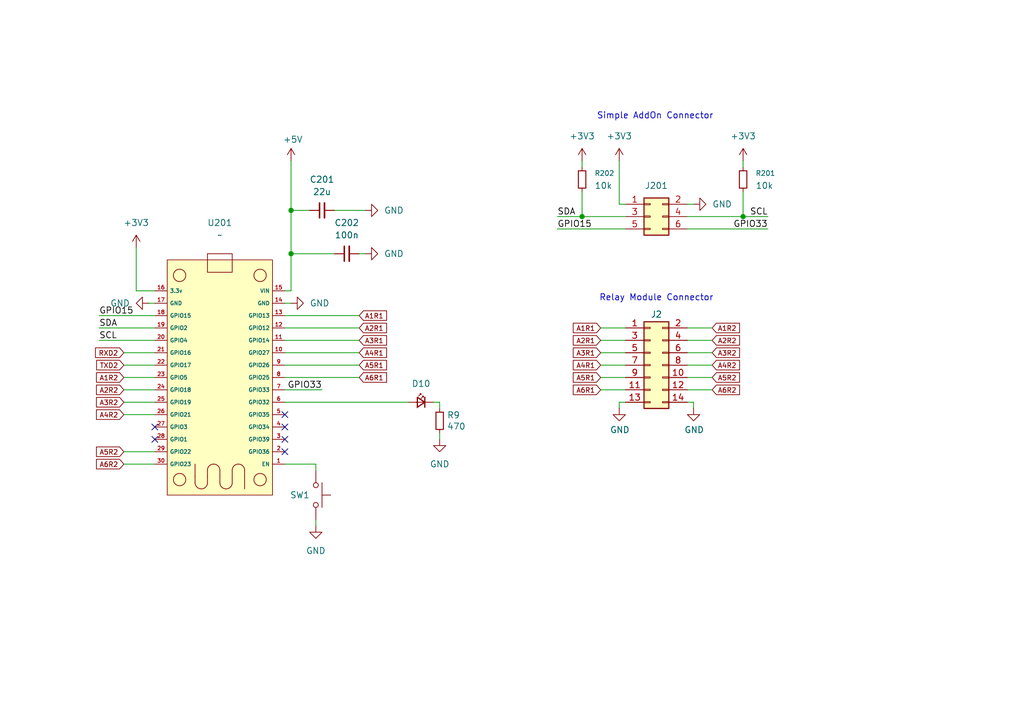
<source format=kicad_sch>
(kicad_sch (version 20250114) (generator "eeschema") (generator_version "9.0")
  (paper "A5")
  (title_block (title "ESP32") (date "2025-07-19") (rev "1.1") (company "SQ9NJE Quirky Solutions"))
  (lib_symbols
    (symbol "Connector_Generic:Conn_02x07_Odd_Even" (pin_names (offset 1.016) (hide yes))
      (property "Reference" "J" (at 1.27 10.16 0))
      (property "Value" "Conn_02x07_Odd_Even" (at 1.27 -10.16 0))
      (symbol "Conn_02x07_Odd_Even_1_1"
        (rectangle (start -1.27 8.89) (end 3.81 -8.89) (stroke (width 0.254)) (fill (type background)))
        (rectangle (start -1.27 7.747) (end 0 7.493) (stroke (width 0.1524)))
        (rectangle (start -1.27 5.207) (end 0 4.953) (stroke (width 0.1524)))
        (rectangle (start -1.27 2.667) (end 0 2.413) (stroke (width 0.1524)))
        (rectangle (start -1.27 0.127) (end 0 -0.127) (stroke (width 0.1524)))
        (rectangle (start -1.27 -2.413) (end 0 -2.667) (stroke (width 0.1524)))
        (rectangle (start -1.27 -4.953) (end 0 -5.207) (stroke (width 0.1524)))
        (rectangle (start -1.27 -7.493) (end 0 -7.747) (stroke (width 0.1524)))
        (rectangle (start 3.81 7.747) (end 2.54 7.493) (stroke (width 0.1524)))
        (rectangle (start 3.81 5.207) (end 2.54 4.953) (stroke (width 0.1524)))
        (rectangle (start 3.81 2.667) (end 2.54 2.413) (stroke (width 0.1524)))
        (rectangle (start 3.81 0.127) (end 2.54 -0.127) (stroke (width 0.1524)))
        (rectangle (start 3.81 -2.413) (end 2.54 -2.667) (stroke (width 0.1524)))
        (rectangle (start 3.81 -4.953) (end 2.54 -5.207) (stroke (width 0.1524)))
        (rectangle (start 3.81 -7.493) (end 2.54 -7.747) (stroke (width 0.1524)))
        (pin passive line (at -5.08 7.62 0) (length 3.81) (name "Pin_1") (number "1"))
        (pin passive line (at -5.08 5.08 0) (length 3.81) (name "Pin_3") (number "3"))
        (pin passive line (at -5.08 2.54 0) (length 3.81) (name "Pin_5") (number "5"))
        (pin passive line (at -5.08 0 0) (length 3.81) (name "Pin_7") (number "7"))
        (pin passive line (at -5.08 -2.54 0) (length 3.81) (name "Pin_9") (number "9"))
        (pin passive line (at -5.08 -5.08 0) (length 3.81) (name "Pin_11") (number "11"))
        (pin passive line (at -5.08 -7.62 0) (length 3.81) (name "Pin_13") (number "13"))
        (pin passive line (at 7.62 7.62 180) (length 3.81) (name "Pin_2") (number "2"))
        (pin passive line (at 7.62 5.08 180) (length 3.81) (name "Pin_4") (number "4"))
        (pin passive line (at 7.62 2.54 180) (length 3.81) (name "Pin_6") (number "6"))
        (pin passive line (at 7.62 0 180) (length 3.81) (name "Pin_8") (number "8"))
        (pin passive line (at 7.62 -2.54 180) (length 3.81) (name "Pin_10") (number "10"))
        (pin passive line (at 7.62 -5.08 180) (length 3.81) (name "Pin_12") (number "12"))
        (pin passive line (at 7.62 -7.62 180) (length 3.81) (name "Pin_14") (number "14"))
      )
    )
    (symbol "Device:C_Small" (pin_numbers (hide yes)) (pin_names (offset 0.254) (hide yes))
      (property "Reference" "C" (at 0.254 1.778 0))
      (property "Value" "C_Small" (at 0.254 -2.032 0))
      (symbol "C_Small_0_1"
        (polyline (pts (xy -1.524 0.508) (xy 1.524 0.508)) (stroke (width 0.3048)))
        (polyline (pts (xy -1.524 -0.508) (xy 1.524 -0.508)) (stroke (width 0.3302)))
      )
      (symbol "C_Small_1_1"
        (pin passive line (at 0 2.54 270) (length 2.032) (name "~") (number "1"))
        (pin passive line (at 0 -2.54 90) (length 2.032) (name "~") (number "2"))
      )
    )
    (symbol "Device:LED_Small" (pin_numbers (hide yes)) (pin_names (offset 0.254) (hide yes))
      (property "Reference" "D" (at -1.27 3.175 0))
      (property "Value" "LED_Small" (at -4.445 -2.54 0))
      (symbol "LED_Small_0_1"
        (polyline (pts (xy -0.762 -1.016) (xy -0.762 1.016)) (stroke (width 0.254)))
        (polyline (pts (xy 0 0.762) (xy -0.508 1.27) (xy -0.254 1.27) (xy -0.508 1.27) (xy -0.508 1.016)))
        (polyline (pts (xy 0.508 1.27) (xy 0 1.778) (xy 0.254 1.778) (xy 0 1.778) (xy 0 1.524)))
        (polyline (pts (xy 0.762 -1.016) (xy -0.762 0) (xy 0.762 1.016) (xy 0.762 -1.016)) (stroke (width 0.254)))
        (polyline (pts (xy 1.016 0) (xy -0.762 0)))
      )
      (symbol "LED_Small_1_1"
        (pin passive line (at -2.54 0 0) (length 1.778) (name "K") (number "1"))
        (pin passive line (at 2.54 0 180) (length 1.778) (name "A") (number "2"))
      )
    )
    (symbol "Device:R_Small" (pin_numbers (hide yes)) (pin_names (offset 0.254) (hide yes))
      (property "Reference" "R" (at 0.762 0.508 0))
      (property "Value" "R_Small" (at 0.762 -1.016 0))
      (symbol "R_Small_0_1"
        (rectangle (start -0.762 1.778) (end 0.762 -1.778) (stroke (width 0.2032)))
      )
      (symbol "R_Small_1_1"
        (pin passive line (at 0 2.54 270) (length 0.762) (name "~") (number "1"))
        (pin passive line (at 0 -2.54 90) (length 0.762) (name "~") (number "2"))
      )
    )
    (symbol "PCM_4ms_Connector:Conn_02x03" (pin_names (offset 0.0254) (hide yes))
      (property "Reference" "J" (at 0 5.08 0))
      (property "Value" "Conn_02x03" (at 0 7.62 0))
      (symbol "Conn_02x03_0_1"
        (rectangle (start -2.54 3.81) (end 2.54 -3.81) (stroke (width 0.254)) (fill (type background)))
        (rectangle (start -2.54 2.667) (end -1.27 2.413) (stroke (width 0.1524)))
        (rectangle (start -2.54 0.127) (end -1.27 -0.127) (stroke (width 0.1524)))
        (rectangle (start -2.54 -2.413) (end -1.27 -2.667) (stroke (width 0.1524)))
        (rectangle (start 1.27 2.667) (end 2.54 2.413) (stroke (width 0.1524)))
        (rectangle (start 1.27 0.127) (end 2.54 -0.127) (stroke (width 0.1524)))
        (rectangle (start 1.27 -2.413) (end 2.54 -2.667) (stroke (width 0.1524)))
      )
      (symbol "Conn_02x03_1_1"
        (pin passive line (at -6.35 2.54 0) (length 3.81) (name "+12V") (number "1"))
        (pin passive line (at -6.35 0 0) (length 3.81) (name "GND") (number "3"))
        (pin passive line (at -6.35 -2.54 0) (length 3.81) (name "GND") (number "5"))
        (pin passive line (at 6.35 2.54 180) (length 3.81) (name "+12V") (number "2"))
        (pin passive line (at 6.35 0 180) (length 3.81) (name "GND") (number "4"))
        (pin passive line (at 6.35 -2.54 180) (length 3.81) (name "GND") (number "6"))
      )
    )
    (symbol "R_Small_1" (pin_numbers (hide yes)) (pin_names (offset 0.254) (hide yes))
      (property "Reference" "R" (at 0 0 90))
      (property "Value" "R_Small" (at 1.778 0 90))
      (symbol "R_Small_1_0_1"
        (rectangle (start -0.762 1.778) (end 0.762 -1.778) (stroke (width 0.2032)))
      )
      (symbol "R_Small_1_1_1"
        (pin passive line (at 0 2.54 270) (length 0.762) (name "~") (number "1"))
        (pin passive line (at 0 -2.54 90) (length 0.762) (name "~") (number "2"))
      )
    )
    (symbol "Switch:SW_Push" (pin_numbers (hide yes)) (pin_names (offset 1.016) (hide yes))
      (property "Reference" "SW" (at 1.27 2.54 0))
      (property "Value" "SW_Push" (at 0 -1.524 0))
      (symbol "SW_Push_0_1"
        (circle (center -2.032 0) (radius 0.508))
        (polyline (pts (xy 0 1.27) (xy 0 3.048)))
        (circle (center 2.032 0) (radius 0.508))
        (polyline (pts (xy 2.54 1.27) (xy -2.54 1.27)))
        (pin passive line (at -5.08 0 0) (length 2.54) (name "1") (number "1"))
        (pin passive line (at 5.08 0 180) (length 2.54) (name "2") (number "2"))
      )
    )
    (symbol "esp32_devkit:ESP32_30Pin"
      (property "Reference" "U201" (at 31.75 0 90))
      (property "Value" "~" (at 29.21 0 90))
      (symbol "ESP32_30Pin_0_1"
        (polyline (pts (xy -21.59 5.08) (xy -20.32 5.08)))
        (polyline (pts (xy -21.59 2.54) (xy -20.32 2.54)))
        (polyline (pts (xy -21.59 0) (xy -20.32 0)))
        (polyline (pts (xy -21.59 -2.54) (xy -20.32 -2.54)))
        (arc (start -21.5975 2.5325) (mid -22.4933 2.9067) (end -22.8675 3.8025))
        (arc (start -21.5975 -2.5475) (mid -22.4933 -2.1733) (end -22.8675 -1.2775))
        (arc (start -22.86 3.81) (mid -22.4873 4.7073) (end -21.59 5.08))
        (arc (start -22.86 -1.27) (mid -22.4873 -0.3727) (end -21.59 0))
        (circle (center -20.955 8.255) (radius 1.27))
        (circle (center -20.955 -8.255) (radius 1.27))
        (polyline (pts (xy -20.32 5.08) (xy -17.78 5.08)))
        (polyline (pts (xy -20.32 -5.08) (xy -22.86 -5.08)))
        (arc (start -17.7775 1.2675) (mid -18.1502 0.3702) (end -19.0475 -0.0025))
        (arc (start -17.7775 -3.8125) (mid -18.1502 -4.7098) (end -19.0475 -5.0825))
        (arc (start -19.04 2.545) (mid -18.1442 2.1708) (end -17.77 1.275))
        (arc (start -19.04 -2.535) (mid -18.1442 -2.9092) (end -17.77 -3.805))
        (polyline (pts (xy -19.0475 2.5375) (xy -20.3175 2.5375)))
        (polyline (pts (xy -19.0475 -0.0025) (xy -20.3175 -0.0025)))
        (polyline (pts (xy -19.0475 -2.5425) (xy -20.3175 -2.5425)))
        (polyline (pts (xy -19.0475 -5.0825) (xy -20.3175 -5.0825)))
        (circle (center 20.955 8.255) (radius 1.27))
        (circle (center 20.955 -8.255) (radius 1.27))
        (rectangle (start 21.59 2.54) (end 25.4 -2.54))
      )
      (symbol "ESP32_30Pin_1_1"
        (rectangle (start -24.13 10.795) (end 24.13 -10.795) (fill (type background)))
        (pin bidirectional line (at -17.78 13.335 270) (length 2.54) (name "GPIO23") (number "30"))
        (pin bidirectional line (at -17.78 -13.335 90) (length 2.54) (name "EN") (number "1"))
        (pin bidirectional line (at -15.24 13.335 270) (length 2.54) (name "GPIO22") (number "29"))
        (pin bidirectional line (at -15.24 -13.335 90) (length 2.54) (name "GPIO36") (number "2"))
        (pin bidirectional line (at -12.7 13.335 270) (length 2.54) (name "GPIO1") (number "28"))
        (pin bidirectional line (at -12.7 -13.335 90) (length 2.54) (name "GPIO39") (number "3"))
        (pin bidirectional line (at -10.16 13.335 270) (length 2.54) (name "GPIO3") (number "27"))
        (pin bidirectional line (at -10.16 -13.335 90) (length 2.54) (name "GPIO34") (number "4"))
        (pin bidirectional line (at -7.62 13.335 270) (length 2.54) (name "GPIO21") (number "26"))
        (pin bidirectional line (at -7.62 -13.335 90) (length 2.54) (name "GPIO35") (number "5"))
        (pin bidirectional line (at -5.08 13.335 270) (length 2.54) (name "GPIO19") (number "25"))
        (pin bidirectional line (at -5.08 -13.335 90) (length 2.54) (name "GPIO32") (number "6"))
        (pin bidirectional line (at -2.54 13.335 270) (length 2.54) (name "GPIO18") (number "24"))
        (pin bidirectional line (at -2.54 -13.335 90) (length 2.54) (name "GPIO33") (number "7"))
        (pin bidirectional line (at 0 13.335 270) (length 2.54) (name "GPIO5") (number "23"))
        (pin bidirectional line (at 0 -13.335 90) (length 2.54) (name "GPIO25") (number "8"))
        (pin bidirectional line (at 2.54 13.335 270) (length 2.54) (name "GPIO17") (number "22"))
        (pin bidirectional line (at 2.54 -13.335 90) (length 2.54) (name "GPIO26") (number "9"))
        (pin bidirectional line (at 5.08 13.335 270) (length 2.54) (name "GPIO16") (number "21"))
        (pin bidirectional line (at 5.08 -13.335 90) (length 2.54) (name "GPIO27") (number "10"))
        (pin bidirectional line (at 7.62 13.335 270) (length 2.54) (name "GPIO4") (number "20"))
        (pin bidirectional line (at 7.62 -13.335 90) (length 2.54) (name "GPIO14") (number "11"))
        (pin bidirectional line (at 10.16 13.335 270) (length 2.54) (name "GPIO2") (number "19"))
        (pin bidirectional line (at 10.16 -13.335 90) (length 2.54) (name "GPIO12") (number "12"))
        (pin bidirectional line (at 12.7 13.335 270) (length 2.54) (name "GPIO15") (number "18"))
        (pin bidirectional line (at 12.7 -13.335 90) (length 2.54) (name "GPIO13") (number "13"))
        (pin power_in line (at 15.24 13.335 270) (length 2.54) (name "GND") (number "17"))
        (pin bidirectional line (at 15.24 -13.335 90) (length 2.54) (name "GND") (number "14"))
        (pin output line (at 17.78 13.335 270) (length 2.54) (name "3.3v") (number "16"))
        (pin power_out line (at 17.78 -13.335 90) (length 2.54) (name "VIN") (number "15"))
      )
    )
    (symbol "power:+3V3" (power) (pin_numbers (hide yes)) (pin_names (offset 0) (hide yes))
      (property "Value" "+3V3" (at 0 3.556 0))
      (symbol "+3V3_0_1"
        (polyline (pts (xy -0.762 1.27) (xy 0 2.54)))
        (polyline (pts (xy 0 2.54) (xy 0.762 1.27)))
        (polyline (pts (xy 0 0) (xy 0 2.54)))
      )
      (symbol "+3V3_1_1"
        (pin power_in line (at 0 0 90) (length 0) (name "~") (number "1"))
      )
    )
    (symbol "power:+5V" (power) (pin_names (offset 0))
      (property "Value" "+5V" (at 0 3.556 0))
      (symbol "+5V_0_1"
        (polyline (pts (xy -0.762 1.27) (xy 0 2.54)))
        (polyline (pts (xy 0 2.54) (xy 0.762 1.27)))
        (polyline (pts (xy 0 0) (xy 0 2.54)))
      )
      (symbol "+5V_1_1"
        (pin power_in line (at 0 0 90) (length 0) (hide yes) (name "+5V") (number "1"))
      )
    )
    (symbol "power:GND" (power) (pin_numbers (hide yes)) (pin_names (offset 0) (hide yes))
      (property "Value" "GND" (at 0 -3.81 0))
      (symbol "GND_0_1"
        (polyline (pts (xy 0 0) (xy 0 -1.27) (xy 1.27 -1.27) (xy 0 -2.54) (xy -1.27 -1.27) (xy 0 -1.27)))
      )
      (symbol "GND_1_1"
        (pin power_in line (at 0 0 270) (length 0) (name "~") (number "1"))
      )
    )
  )
  (text "Simple AddOn Connector" (at 134.366 23.876 0) (effects (font (size 1.27 1.27))))
  (text "Relay Module Connector" (at 134.62 61.214 0) (effects (font (size 1.27 1.27))))
  (junction (at 119.38 44.45))
  (junction (at 59.69 52.07))
  (junction (at 59.69 43.18))
  (junction (at 152.4 44.45))
  (no_connect (at 31.75 90.17))
  (no_connect (at 58.42 85.09))
  (no_connect (at 58.42 90.17))
  (no_connect (at 58.42 92.71))
  (no_connect (at 31.75 87.63))
  (no_connect (at 58.42 87.63))
  (wire (pts (xy 59.69 52.07) (xy 68.58 52.07)))
  (wire (pts (xy 58.42 77.47) (xy 73.66 77.47)))
  (wire (pts (xy 58.42 95.25) (xy 64.77 95.25)))
  (wire (pts (xy 140.97 72.39) (xy 146.05 72.39)))
  (wire (pts (xy 119.38 39.37) (xy 119.38 44.45)))
  (wire (pts (xy 25.4 74.93) (xy 31.75 74.93)))
  (wire (pts (xy 123.19 80.01) (xy 128.27 80.01)))
  (wire (pts (xy 59.69 33.02) (xy 59.69 43.18)))
  (wire (pts (xy 119.38 33.02) (xy 119.38 34.29)))
  (wire (pts (xy 123.19 77.47) (xy 128.27 77.47)))
  (wire (pts (xy 27.94 59.69) (xy 27.94 50.8)))
  (wire (pts (xy 140.97 74.93) (xy 146.05 74.93)))
  (wire (pts (xy 119.38 44.45) (xy 128.27 44.45)))
  (wire (pts (xy 64.77 95.25) (xy 64.77 96.52)))
  (wire (pts (xy 58.42 74.93) (xy 73.66 74.93)))
  (wire (pts (xy 88.9 82.55) (xy 90.17 82.55)))
  (wire (pts (xy 123.19 74.93) (xy 128.27 74.93)))
  (wire (pts (xy 128.27 82.55) (xy 127 82.55)))
  (wire (pts (xy 140.97 44.45) (xy 152.4 44.45)))
  (wire (pts (xy 25.4 92.71) (xy 31.75 92.71)))
  (wire (pts (xy 140.97 80.01) (xy 146.05 80.01)))
  (wire (pts (xy 31.75 59.69) (xy 27.94 59.69)))
  (wire (pts (xy 114.3 46.99) (xy 128.27 46.99)))
  (wire (pts (xy 25.4 95.25) (xy 31.75 95.25)))
  (wire (pts (xy 59.69 52.07) (xy 59.69 59.69)))
  (wire (pts (xy 114.3 44.45) (xy 119.38 44.45)))
  (wire (pts (xy 140.97 67.31) (xy 146.05 67.31)))
  (wire (pts (xy 140.97 82.55) (xy 142.24 82.55)))
  (wire (pts (xy 152.4 44.45) (xy 157.48 44.45)))
  (wire (pts (xy 25.4 77.47) (xy 31.75 77.47)))
  (wire (pts (xy 25.4 82.55) (xy 31.75 82.55)))
  (wire (pts (xy 123.19 67.31) (xy 128.27 67.31)))
  (wire (pts (xy 64.77 106.68) (xy 64.77 107.95)))
  (wire (pts (xy 152.4 33.02) (xy 152.4 34.29)))
  (wire (pts (xy 68.58 43.18) (xy 74.93 43.18)))
  (wire (pts (xy 30.48 62.23) (xy 31.75 62.23)))
  (wire (pts (xy 140.97 41.91) (xy 142.24 41.91)))
  (wire (pts (xy 59.69 43.18) (xy 59.69 52.07)))
  (wire (pts (xy 58.42 72.39) (xy 73.66 72.39)))
  (wire (pts (xy 58.42 64.77) (xy 73.66 64.77)))
  (wire (pts (xy 25.4 80.01) (xy 31.75 80.01)))
  (wire (pts (xy 58.42 69.85) (xy 73.66 69.85)))
  (wire (pts (xy 127 33.02) (xy 127 41.91)))
  (wire (pts (xy 142.24 82.55) (xy 142.24 83.82)))
  (wire (pts (xy 20.32 64.77) (xy 31.75 64.77)))
  (wire (pts (xy 58.42 82.55) (xy 83.82 82.55)))
  (wire (pts (xy 59.69 43.18) (xy 63.5 43.18)))
  (wire (pts (xy 58.42 67.31) (xy 73.66 67.31)))
  (wire (pts (xy 90.17 82.55) (xy 90.17 83.82)))
  (wire (pts (xy 20.32 69.85) (xy 31.75 69.85)))
  (wire (pts (xy 152.4 39.37) (xy 152.4 44.45)))
  (wire (pts (xy 123.19 72.39) (xy 128.27 72.39)))
  (wire (pts (xy 140.97 46.99) (xy 157.48 46.99)))
  (wire (pts (xy 123.19 69.85) (xy 128.27 69.85)))
  (wire (pts (xy 140.97 77.47) (xy 146.05 77.47)))
  (wire (pts (xy 73.66 52.07) (xy 74.93 52.07)))
  (wire (pts (xy 140.97 69.85) (xy 146.05 69.85)))
  (wire (pts (xy 90.17 88.9) (xy 90.17 90.17)))
  (wire (pts (xy 59.69 59.69) (xy 58.42 59.69)))
  (wire (pts (xy 25.4 85.09) (xy 31.75 85.09)))
  (wire (pts (xy 58.42 62.23) (xy 59.69 62.23)))
  (wire (pts (xy 25.4 72.39) (xy 31.75 72.39)))
  (wire (pts (xy 128.27 41.91) (xy 127 41.91)))
  (wire (pts (xy 20.32 67.31) (xy 31.75 67.31)))
  (wire (pts (xy 58.42 80.01) (xy 66.04 80.01)))
  (wire (pts (xy 127 82.55) (xy 127 83.82)))
  (label "GPIO33" (at 66.04 80.01 180))
  (label "GPIO15" (at 114.3 46.99 0))
  (label "SCL" (at 20.32 69.85 0))
  (label "SDA" (at 20.32 67.31 0))
  (label "SCL" (at 157.48 44.45 180))
  (label "SDA" (at 114.3 44.45 0))
  (label "GPIO15" (at 20.32 64.77 0))
  (label "GPIO33" (at 157.48 46.99 180))
  (global_label "A4R1" (shape input) (at 123.19 74.93 180) (effects (font (size 0.9906 0.9906))) (property "Intersheetrefs" "${INTERSHEET_REFS}" (effects (hide yes))))
  (global_label "A1R1" (shape input) (at 73.66 64.77 0) (effects (font (size 0.9906 0.9906))) (property "Intersheetrefs" "${INTERSHEET_REFS}" (effects (hide yes))))
  (global_label "A3R1" (shape input) (at 73.66 69.85 0) (effects (font (size 0.9906 0.9906))) (property "Intersheetrefs" "${INTERSHEET_REFS}" (effects (hide yes))))
  (global_label "A3R2" (shape input) (at 146.05 72.39 0) (effects (font (size 0.9906 0.9906))) (property "Intersheetrefs" "${INTERSHEET_REFS}" (effects (hide yes))))
  (global_label "A5R1" (shape input) (at 73.66 74.93 0) (effects (font (size 0.9906 0.9906))) (property "Intersheetrefs" "${INTERSHEET_REFS}" (effects (hide yes))))
  (global_label "A6R1" (shape input) (at 73.66 77.47 0) (effects (font (size 0.9906 0.9906))) (property "Intersheetrefs" "${INTERSHEET_REFS}" (effects (hide yes))))
  (global_label "A4R2" (shape input) (at 25.4 85.09 180) (effects (font (size 0.9906 0.9906))) (property "Intersheetrefs" "${INTERSHEET_REFS}" (effects (hide yes))))
  (global_label "TXD2" (shape input) (at 25.4 74.93 180) (effects (font (size 1 1))) (property "Intersheetrefs" "${INTERSHEET_REFS}" (effects (hide yes))))
  (global_label "A3R1" (shape input) (at 123.19 72.39 180) (effects (font (size 0.9906 0.9906))) (property "Intersheetrefs" "${INTERSHEET_REFS}" (effects (hide yes))))
  (global_label "A2R2" (shape input) (at 25.4 80.01 180) (effects (font (size 0.9906 0.9906))) (property "Intersheetrefs" "${INTERSHEET_REFS}" (effects (hide yes))))
  (global_label "A5R2" (shape input) (at 25.4 92.71 180) (effects (font (size 0.9906 0.9906))) (property "Intersheetrefs" "${INTERSHEET_REFS}" (effects (hide yes))))
  (global_label "A6R2" (shape input) (at 25.4 95.25 180) (effects (font (size 0.9906 0.9906))) (property "Intersheetrefs" "${INTERSHEET_REFS}" (effects (hide yes))))
  (global_label "A2R1" (shape input) (at 73.66 67.31 0) (effects (font (size 0.9906 0.9906))) (property "Intersheetrefs" "${INTERSHEET_REFS}" (effects (hide yes))))
  (global_label "A2R2" (shape input) (at 146.05 69.85 0) (effects (font (size 0.9906 0.9906))) (property "Intersheetrefs" "${INTERSHEET_REFS}" (effects (hide yes))))
  (global_label "A4R2" (shape input) (at 146.05 74.93 0) (effects (font (size 0.9906 0.9906))) (property "Intersheetrefs" "${INTERSHEET_REFS}" (effects (hide yes))))
  (global_label "A1R2" (shape input) (at 146.05 67.31 0) (effects (font (size 0.9906 0.9906))) (property "Intersheetrefs" "${INTERSHEET_REFS}" (effects (hide yes))))
  (global_label "A6R2" (shape input) (at 146.05 80.01 0) (effects (font (size 0.9906 0.9906))) (property "Intersheetrefs" "${INTERSHEET_REFS}" (effects (hide yes))))
  (global_label "A5R1" (shape input) (at 123.19 77.47 180) (effects (font (size 0.9906 0.9906))) (property "Intersheetrefs" "${INTERSHEET_REFS}" (effects (hide yes))))
  (global_label "RXD2" (shape input) (at 25.4 72.39 180) (effects (font (size 1 1))) (property "Intersheetrefs" "${INTERSHEET_REFS}" (effects (hide yes))))
  (global_label "A1R1" (shape input) (at 123.19 67.31 180) (effects (font (size 0.9906 0.9906))) (property "Intersheetrefs" "${INTERSHEET_REFS}" (effects (hide yes))))
  (global_label "A3R2" (shape input) (at 25.4 82.55 180) (effects (font (size 0.9906 0.9906))) (property "Intersheetrefs" "${INTERSHEET_REFS}" (effects (hide yes))))
  (global_label "A2R1" (shape input) (at 123.19 69.85 180) (effects (font (size 0.9906 0.9906))) (property "Intersheetrefs" "${INTERSHEET_REFS}" (effects (hide yes))))
  (global_label "A6R1" (shape input) (at 123.19 80.01 180) (effects (font (size 0.9906 0.9906))) (property "Intersheetrefs" "${INTERSHEET_REFS}" (effects (hide yes))))
  (global_label "A4R1" (shape input) (at 73.66 72.39 0) (effects (font (size 0.9906 0.9906))) (property "Intersheetrefs" "${INTERSHEET_REFS}" (effects (hide yes))))
  (global_label "A1R2" (shape input) (at 25.4 77.47 180) (effects (font (size 0.9906 0.9906))) (property "Intersheetrefs" "${INTERSHEET_REFS}" (effects (hide yes))))
  (global_label "A5R2" (shape input) (at 146.05 77.47 0) (effects (font (size 0.9906 0.9906))) (property "Intersheetrefs" "${INTERSHEET_REFS}" (effects (hide yes))))
  (symbol (lib_id "power:GND") (at 142.24 83.82 0) (unit 1)
    (property "Reference" "#PWR012" (effects (hide yes)))
    (property "Value" "GND" (at 142.367 88.2142 0))
  )
  (symbol (lib_id "power:GND") (at 127 83.82 0) (unit 1)
    (property "Reference" "#PWR011" (effects (hide yes)))
    (property "Value" "GND" (at 127.127 88.2142 0))
  )
  (symbol (lib_id "Switch:SW_Push") (at 64.77 101.6 270) (mirror x) (unit 1)
    (property "Reference" "SW1" (at 63.5508 101.6 90) (effects (justify right)))
    (property "Value" "SW_Push" (effects (hide yes)))
    (property "Footprint" "Button_Switch_SMD:SW_SPST_CK_RS282G05A3" (effects (hide yes)))
  )
  (symbol (lib_id "Connector_Generic:Conn_02x07_Odd_Even") (at 133.35 74.93 0) (unit 1)
    (property "Reference" "J2" (at 134.62 64.516 0))
    (property "Value" "Conn_02x07_Odd_Even" (effects (hide yes)))
    (property "Footprint" "Connector_IDC:IDC-Header_2x07_P2.54mm_Vertical" (effects (hide yes)))
  )
  (symbol (lib_id "esp32_devkit:ESP32_30Pin") (at 45.085 77.47 90) (unit 1)
    (property "Reference" "U201" (at 45.085 45.72 90))
    (property "Value" "~" (at 45.085 48.26 90))
    (property "Footprint" "ESP32 DevKit:esp32_devkit_v1_doit" (effects (hide yes)))
  )
  (symbol (lib_id "power:+3V3") (at 27.94 50.8 0) (unit 1)
    (property "Reference" "#PWR0208" (effects (hide yes)))
    (property "Value" "+3V3" (at 27.94 45.72 0))
    (property "Description" "Power symbol creates a global label with name \"+3V3\"" (effects (hide yes)))
  )
  (symbol (lib_id "power:+5V") (at 59.69 33.02 0) (unit 1)
    (property "Reference" "#PWR036" (effects (hide yes)))
    (property "Value" "+5V" (at 60.071 28.6258 0))
  )
  (symbol (lib_id "Device:C_Small") (at 71.12 52.07 90) (unit 1)
    (property "Reference" "C202" (at 71.1263 45.72 90))
    (property "Value" "100n" (at 71.1263 48.26 90))
    (property "Footprint" "Capacitor_SMD:C_0805_2012Metric_Pad1.15x1.40mm_HandSolder" (effects (hide yes)))
    (property "Description" "Unpolarized capacitor, small symbol" (effects (hide yes)))
    (property "LCSC Part #" "C49678" (effects (hide yes)))
  )
  (symbol (lib_name "R_Small_1") (lib_id "Device:R_Small") (at 152.4 36.83 0) (unit 1)
    (property "Reference" "R201" (at 154.94 35.5599 0) (effects (font (size 1.016 1.016)) (justify left)))
    (property "Value" "10k" (at 154.94 38.0999 0) (effects (justify left)))
    (property "Footprint" "Resistor_SMD:R_0805_2012Metric_Pad1.20x1.40mm_HandSolder" (effects (hide yes)))
    (property "Description" "Resistor, small symbol" (effects (hide yes)))
    (property "LCSC Part #" "C17414" (effects (hide yes)))
  )
  (symbol (lib_id "power:GND") (at 59.69 62.23 90) (unit 1)
    (property "Reference" "#PWR0202" (effects (hide yes)))
    (property "Value" "GND" (at 63.5 62.2299 90) (effects (justify right)))
    (property "Description" "Power symbol creates a global label with name \"GND\" , ground" (effects (hide yes)))
  )
  (symbol (lib_id "power:+3V3") (at 127 33.02 0) (unit 1)
    (property "Reference" "#PWR0207" (effects (hide yes)))
    (property "Value" "+3V3" (at 127 27.94 0))
    (property "Description" "Power symbol creates a global label with name \"+3V3\"" (effects (hide yes)))
  )
  (symbol (lib_id "power:GND") (at 30.48 62.23 270) (unit 1)
    (property "Reference" "#PWR0201" (effects (hide yes)))
    (property "Value" "GND" (at 26.67 62.2299 90) (effects (justify right)))
    (property "Description" "Power symbol creates a global label with name \"GND\" , ground" (effects (hide yes)))
  )
  (symbol (lib_id "Device:R_Small") (at 90.17 86.36 0) (unit 1)
    (property "Reference" "R9" (at 91.6686 85.1916 0) (effects (justify left)))
    (property "Value" "470" (at 91.6686 87.503 0) (effects (justify left)))
    (property "Footprint" "Resistor_SMD:R_0805_2012Metric_Pad1.20x1.40mm_HandSolder" (effects (hide yes)))
    (property "LCSC Part #" "C17710" (effects (hide yes)))
  )
  (symbol (lib_id "power:+3V3") (at 152.4 33.02 0) (unit 1)
    (property "Reference" "#PWR0210" (effects (hide yes)))
    (property "Value" "+3V3" (at 152.4 27.94 0))
    (property "Description" "Power symbol creates a global label with name \"+3V3\"" (effects (hide yes)))
  )
  (symbol (lib_name "R_Small_1") (lib_id "Device:R_Small") (at 119.38 36.83 0) (unit 1)
    (property "Reference" "R202" (at 121.92 35.5599 0) (effects (font (size 1.016 1.016)) (justify left)))
    (property "Value" "10k" (at 121.92 38.0999 0) (effects (justify left)))
    (property "Footprint" "Resistor_SMD:R_0805_2012Metric_Pad1.20x1.40mm_HandSolder" (effects (hide yes)))
    (property "Description" "Resistor, small symbol" (effects (hide yes)))
    (property "LCSC Part #" "C17414" (effects (hide yes)))
  )
  (symbol (lib_id "PCM_4ms_Connector:Conn_02x03") (at 134.62 44.45 0) (unit 1)
    (property "Reference" "J201" (at 134.62 38.1 0))
    (property "Value" "Conn_02x03" (effects (hide yes)))
    (property "Footprint" "Connector_PinHeader_2.54mm:PinHeader_2x03_P2.54mm_Vertical" (effects (hide yes)))
    (property "Description" "HEADER 2x3 MALE PINS 0.100” 180deg" (effects (hide yes)))
    (property "Specifications" "HEADER 2x3 MALE PINS 0.100” 180deg" (effects (hide yes)))
    (property "Manufacturer" "Cixi Langlin" (effects (hide yes)))
    (property "Part Number" "LL1009-2A, 2.54MM 2*3PIN HEADER,LENGTH=20MM" (effects (hide yes)))
  )
  (symbol (lib_id "Device:LED_Small") (at 86.36 82.55 0) (mirror y) (unit 1)
    (property "Reference" "D10" (at 86.36 78.74 0))
    (property "Value" "LED_Small" (effects (hide yes)))
    (property "Footprint" "LED_SMD:LED_0805_2012Metric_Pad1.15x1.40mm_HandSolder" (effects (hide yes)))
    (property "LCSC Part #" "C2297" (effects (hide yes)))
  )
  (symbol (lib_id "power:+3V3") (at 119.38 33.02 0) (unit 1)
    (property "Reference" "#PWR0211" (effects (hide yes)))
    (property "Value" "+3V3" (at 119.38 27.94 0))
    (property "Description" "Power symbol creates a global label with name \"+3V3\"" (effects (hide yes)))
  )
  (symbol (lib_id "power:GND") (at 142.24 41.91 90) (unit 1)
    (property "Reference" "#PWR0209" (effects (hide yes)))
    (property "Value" "GND" (at 146.05 41.9099 90) (effects (justify right)))
    (property "Description" "Power symbol creates a global label with name \"GND\" , ground" (effects (hide yes)))
  )
  (symbol (lib_id "power:GND") (at 74.93 52.07 90) (unit 1)
    (property "Reference" "#PWR0204" (effects (hide yes)))
    (property "Value" "GND" (at 78.74 52.0699 90) (effects (justify right)))
    (property "Description" "Power symbol creates a global label with name \"GND\" , ground" (effects (hide yes)))
  )
  (symbol (lib_id "Device:C_Small") (at 66.04 43.18 90) (unit 1)
    (property "Reference" "C201" (at 66.0463 36.83 90))
    (property "Value" "22u" (at 66.0463 39.37 90))
    (property "Footprint" "Capacitor_SMD:C_1206_3216Metric_Pad1.33x1.80mm_HandSolder" (effects (hide yes)))
    (property "Description" "Unpolarized capacitor, small symbol" (effects (hide yes)))
    (property "LCSC Part #" "C12891" (effects (hide yes)))
  )
  (symbol (lib_id "power:GND") (at 90.17 90.17 0) (unit 1)
    (property "Reference" "#PWR0206" (effects (hide yes)))
    (property "Value" "GND" (at 90.17 95.25 0))
    (property "Description" "Power symbol creates a global label with name \"GND\" , ground" (effects (hide yes)))
  )
  (symbol (lib_id "power:GND") (at 64.77 107.95 0) (unit 1)
    (property "Reference" "#PWR0203" (effects (hide yes)))
    (property "Value" "GND" (at 64.77 113.03 0))
    (property "Description" "Power symbol creates a global label with name \"GND\" , ground" (effects (hide yes)))
  )
  (symbol (lib_id "power:GND") (at 74.93 43.18 90) (unit 1)
    (property "Reference" "#PWR0205" (effects (hide yes)))
    (property "Value" "GND" (at 78.74 43.1799 90) (effects (justify right)))
    (property "Description" "Power symbol creates a global label with name \"GND\" , ground" (effects (hide yes)))
  )
)
</source>
